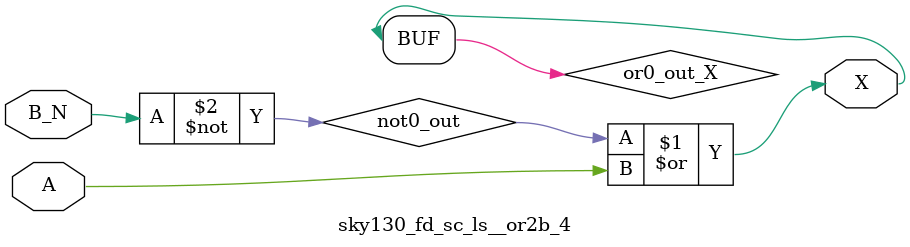
<source format=v>
/*
 * Copyright 2020 The SkyWater PDK Authors
 *
 * Licensed under the Apache License, Version 2.0 (the "License");
 * you may not use this file except in compliance with the License.
 * You may obtain a copy of the License at
 *
 *     https://www.apache.org/licenses/LICENSE-2.0
 *
 * Unless required by applicable law or agreed to in writing, software
 * distributed under the License is distributed on an "AS IS" BASIS,
 * WITHOUT WARRANTIES OR CONDITIONS OF ANY KIND, either express or implied.
 * See the License for the specific language governing permissions and
 * limitations under the License.
 *
 * SPDX-License-Identifier: Apache-2.0
*/


`ifndef SKY130_FD_SC_LS__OR2B_4_FUNCTIONAL_V
`define SKY130_FD_SC_LS__OR2B_4_FUNCTIONAL_V

/**
 * or2b: 2-input OR, first input inverted.
 *
 * Verilog simulation functional model.
 */

`timescale 1ns / 1ps
`default_nettype none

`celldefine
module sky130_fd_sc_ls__or2b_4 (
    X  ,
    A  ,
    B_N
);

    // Module ports
    output X  ;
    input  A  ;
    input  B_N;

    // Local signals
    wire not0_out ;
    wire or0_out_X;

    //  Name  Output     Other arguments
    not not0 (not0_out , B_N            );
    or  or0  (or0_out_X, not0_out, A    );
    buf buf0 (X        , or0_out_X      );

endmodule
`endcelldefine

`default_nettype wire
`endif  // SKY130_FD_SC_LS__OR2B_4_FUNCTIONAL_V

</source>
